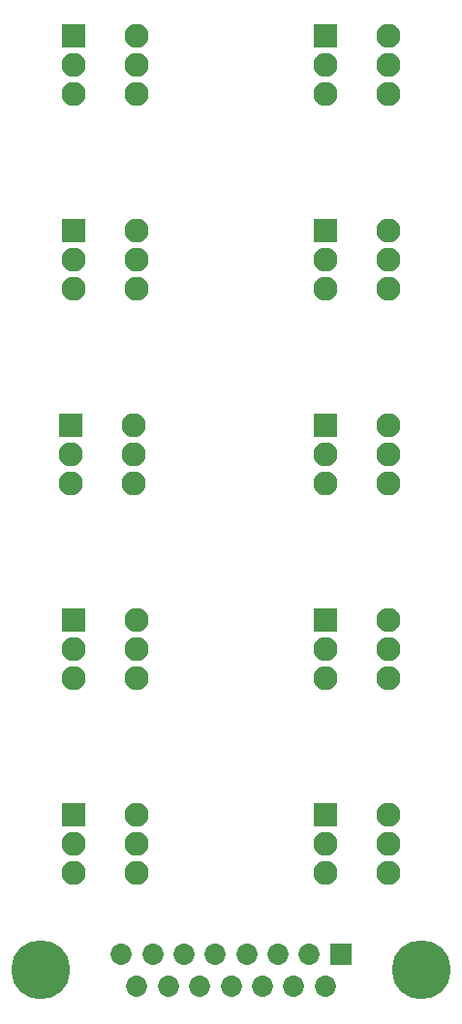
<source format=gts>
G04*
G04 #@! TF.GenerationSoftware,Altium Limited,Altium Designer,25.6.2 (33)*
G04*
G04 Layer_Color=8388736*
%FSLAX44Y44*%
%MOMM*%
G71*
G04*
G04 #@! TF.SameCoordinates,8A7A5ECD-0A15-4D1C-8E42-4DD4C2BFE973*
G04*
G04*
G04 #@! TF.FilePolarity,Negative*
G04*
G01*
G75*
%ADD10C,2.1032*%
%ADD11R,2.1032X2.1032*%
%ADD12R,1.8532X1.8532*%
%ADD13C,1.8532*%
%ADD14C,5.1532*%
D10*
X387250Y374600D02*
D03*
X332750D02*
D03*
X387250Y425400D02*
D03*
Y400000D02*
D03*
X332750D02*
D03*
Y570000D02*
D03*
X387250D02*
D03*
Y595400D02*
D03*
X332750Y544600D02*
D03*
X387250D02*
D03*
X332750Y740000D02*
D03*
X387250D02*
D03*
Y765400D02*
D03*
X332750Y714600D02*
D03*
X387250D02*
D03*
X332750Y910000D02*
D03*
X387250D02*
D03*
Y935400D02*
D03*
X332750Y884600D02*
D03*
X387250D02*
D03*
X112750Y910000D02*
D03*
X167250D02*
D03*
Y935400D02*
D03*
X112750Y884600D02*
D03*
X167250D02*
D03*
X112750Y740000D02*
D03*
X167250D02*
D03*
Y765400D02*
D03*
X112750Y714600D02*
D03*
X167250D02*
D03*
X164500Y544600D02*
D03*
X110000D02*
D03*
X164500Y595400D02*
D03*
Y570000D02*
D03*
X110000D02*
D03*
X112750Y230000D02*
D03*
X167250D02*
D03*
Y255400D02*
D03*
X112750Y204600D02*
D03*
X167250D02*
D03*
X387250D02*
D03*
X332750D02*
D03*
X387250Y255400D02*
D03*
Y230000D02*
D03*
X332750D02*
D03*
X167250Y374600D02*
D03*
X112750D02*
D03*
X167250Y425400D02*
D03*
Y400000D02*
D03*
X112750D02*
D03*
D11*
X332750Y425400D02*
D03*
Y595400D02*
D03*
Y765400D02*
D03*
Y935400D02*
D03*
X112750D02*
D03*
Y765400D02*
D03*
X110000Y595400D02*
D03*
X112750Y255400D02*
D03*
X332750D02*
D03*
X112750Y425400D02*
D03*
D12*
X345900Y133400D02*
D03*
D13*
X318500D02*
D03*
X291100D02*
D03*
X263700D02*
D03*
X236300D02*
D03*
X208900D02*
D03*
X181500D02*
D03*
X154100D02*
D03*
X332200Y105000D02*
D03*
X304800D02*
D03*
X277400D02*
D03*
X250000D02*
D03*
X222600D02*
D03*
X195200D02*
D03*
X167800D02*
D03*
D14*
X83400Y119200D02*
D03*
X416600D02*
D03*
M02*

</source>
